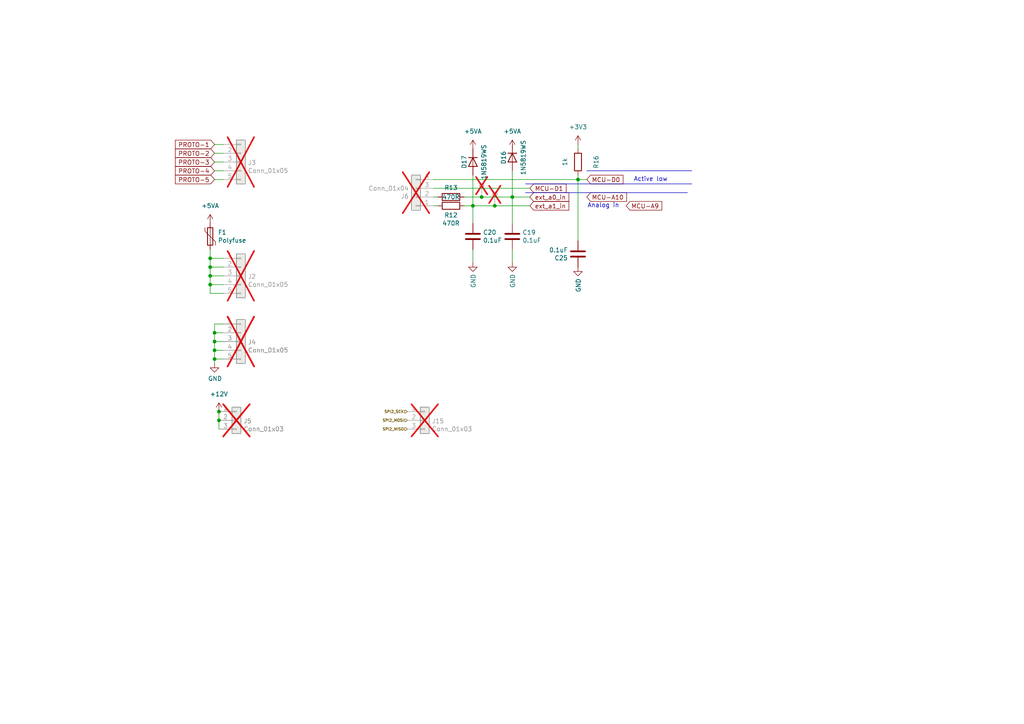
<source format=kicad_sch>
(kicad_sch (version 20231120) (generator "eeschema") (generator_version "8.0")
  (paper "A4")
  (title_block (title "μEFI (Speeduino FW compatible)") (date "2023-12-25") (rev "v6.1") (company "Churrosoft ®") (comment 1 "CERN-OHL-S-2.0 license"))
  (lib_symbols
    (symbol "Connector:TestPoint_Alt" (pin_numbers hide) (pin_names (offset 0.762) hide)
      (property "Reference" "TP" (at 0 6.858 0))
      (property "Value" "TestPoint_Alt" (at 0 5.08 0))
      (symbol "TestPoint_Alt_0_1"
        (polyline (pts (xy 0 2.54) (xy -0.762 3.302) (xy 0 4.064) (xy 0.762 3.302) (xy 0 2.54)))
      )
      (symbol "TestPoint_Alt_1_1"
        (pin passive line (at 0 0 90) (length 2.54) (name "1") (number "1"))
      )
    )
    (symbol "Connector_Generic:Conn_01x03" (pin_names (offset 1.016) hide)
      (property "Reference" "J" (at 0 5.08 0))
      (property "Value" "Conn_01x03" (at 0 -5.08 0))
      (symbol "Conn_01x03_1_1"
        (rectangle (start -1.27 -2.413) (end 0 -2.667) (stroke (width 0.1524)))
        (rectangle (start -1.27 0.127) (end 0 -0.127) (stroke (width 0.1524)))
        (rectangle (start -1.27 2.667) (end 0 2.413) (stroke (width 0.1524)))
        (rectangle (start -1.27 3.81) (end 1.27 -3.81) (stroke (width 0.254)) (fill (type background)))
        (pin passive line (at -5.08 2.54 0) (length 3.81) (name "Pin_1") (number "1"))
        (pin passive line (at -5.08 0 0) (length 3.81) (name "Pin_2") (number "2"))
        (pin passive line (at -5.08 -2.54 0) (length 3.81) (name "Pin_3") (number "3"))
      )
    )
    (symbol "Connector_Generic:Conn_01x04" (pin_names (offset 1.016) hide)
      (property "Reference" "J" (at 0 5.08 0))
      (property "Value" "Conn_01x04" (at 0 -7.62 0))
      (symbol "Conn_01x04_1_1"
        (rectangle (start -1.27 -4.953) (end 0 -5.207) (stroke (width 0.1524)))
        (rectangle (start -1.27 -2.413) (end 0 -2.667) (stroke (width 0.1524)))
        (rectangle (start -1.27 0.127) (end 0 -0.127) (stroke (width 0.1524)))
        (rectangle (start -1.27 2.667) (end 0 2.413) (stroke (width 0.1524)))
        (rectangle (start -1.27 3.81) (end 1.27 -6.35) (stroke (width 0.254)) (fill (type background)))
        (pin passive line (at -5.08 2.54 0) (length 3.81) (name "Pin_1") (number "1"))
        (pin passive line (at -5.08 0 0) (length 3.81) (name "Pin_2") (number "2"))
        (pin passive line (at -5.08 -2.54 0) (length 3.81) (name "Pin_3") (number "3"))
        (pin passive line (at -5.08 -5.08 0) (length 3.81) (name "Pin_4") (number "4"))
      )
    )
    (symbol "Connector_Generic:Conn_01x05" (pin_names (offset 1.016) hide)
      (property "Reference" "J" (at 0 7.62 0))
      (property "Value" "Conn_01x05" (at 0 -7.62 0))
      (symbol "Conn_01x05_1_1"
        (rectangle (start -1.27 -4.953) (end 0 -5.207) (stroke (width 0.1524)))
        (rectangle (start -1.27 -2.413) (end 0 -2.667) (stroke (width 0.1524)))
        (rectangle (start -1.27 0.127) (end 0 -0.127) (stroke (width 0.1524)))
        (rectangle (start -1.27 2.667) (end 0 2.413) (stroke (width 0.1524)))
        (rectangle (start -1.27 5.207) (end 0 4.953) (stroke (width 0.1524)))
        (rectangle (start -1.27 6.35) (end 1.27 -6.35) (stroke (width 0.254)) (fill (type background)))
        (pin passive line (at -5.08 5.08 0) (length 3.81) (name "Pin_1") (number "1"))
        (pin passive line (at -5.08 2.54 0) (length 3.81) (name "Pin_2") (number "2"))
        (pin passive line (at -5.08 0 0) (length 3.81) (name "Pin_3") (number "3"))
        (pin passive line (at -5.08 -2.54 0) (length 3.81) (name "Pin_4") (number "4"))
        (pin passive line (at -5.08 -5.08 0) (length 3.81) (name "Pin_5") (number "5"))
      )
    )
    (symbol "Device:C" (pin_numbers hide) (pin_names (offset 0.254))
      (property "Reference" "C" (at 0.635 2.54 0))
      (property "Value" "C" (at 0.635 -2.54 0))
      (symbol "C_0_1"
        (polyline (pts (xy -2.032 -0.762) (xy 2.032 -0.762)) (stroke (width 0.508)))
        (polyline (pts (xy -2.032 0.762) (xy 2.032 0.762)) (stroke (width 0.508)))
      )
      (symbol "C_1_1"
        (pin passive line (at 0 3.81 270) (length 2.794) (name "~") (number "1"))
        (pin passive line (at 0 -3.81 90) (length 2.794) (name "~") (number "2"))
      )
    )
    (symbol "Device:Polyfuse" (pin_numbers hide) (pin_names (offset 0))
      (property "Reference" "F" (at -2.54 0 90))
      (property "Value" "Polyfuse" (at 2.54 0 90))
      (symbol "Polyfuse_0_1"
        (rectangle (start -0.762 2.54) (end 0.762 -2.54) (stroke (width 0.254)))
        (polyline (pts (xy 0 2.54) (xy 0 -2.54)))
        (polyline (pts (xy -1.524 2.54) (xy -1.524 1.524) (xy 1.524 -1.524) (xy 1.524 -2.54)))
      )
      (symbol "Polyfuse_1_1"
        (pin passive line (at 0 3.81 270) (length 1.27) (name "~") (number "1"))
        (pin passive line (at 0 -3.81 90) (length 1.27) (name "~") (number "2"))
      )
    )
    (symbol "Device:R" (pin_numbers hide) (pin_names (offset 0))
      (property "Reference" "R" (at 2.032 0 90))
      (property "Value" "R" (at 0 0 90))
      (symbol "R_0_1"
        (rectangle (start -1.016 -2.54) (end 1.016 2.54) (stroke (width 0.254)))
      )
      (symbol "R_1_1"
        (pin passive line (at 0 3.81 270) (length 1.27) (name "~") (number "1"))
        (pin passive line (at 0 -3.81 90) (length 1.27) (name "~") (number "2"))
      )
    )
    (symbol "Diode:1N4148" (pin_numbers hide) (pin_names (offset 1.016) hide)
      (property "Reference" "D" (at 0 2.54 0))
      (property "Value" "1N4148" (at 0 -2.54 0))
      (symbol "1N4148_0_1"
        (polyline (pts (xy -1.27 1.27) (xy -1.27 -1.27)) (stroke (width 0.254)))
        (polyline (pts (xy 1.27 0) (xy -1.27 0)))
        (polyline (pts (xy 1.27 1.27) (xy 1.27 -1.27) (xy -1.27 0) (xy 1.27 1.27)) (stroke (width 0.254)))
      )
      (symbol "1N4148_1_1"
        (pin passive line (at -3.81 0 0) (length 2.54) (name "K") (number "1"))
        (pin passive line (at 3.81 0 180) (length 2.54) (name "A") (number "2"))
      )
    )
    (symbol "power:+12V" (power) (pin_names (offset 0))
      (property "Value" "+12V" (at 0 3.556 0))
      (symbol "+12V_0_1"
        (polyline (pts (xy -0.762 1.27) (xy 0 2.54)))
        (polyline (pts (xy 0 0) (xy 0 2.54)))
        (polyline (pts (xy 0 2.54) (xy 0.762 1.27)))
      )
      (symbol "+12V_1_1"
        (pin power_in line (at 0 0 90) (length 0) hide (name "+12V") (number "1"))
      )
    )
    (symbol "power:+3V3" (power) (pin_names (offset 0))
      (property "Value" "+3V3" (at 0 3.556 0))
      (symbol "+3V3_0_1"
        (polyline (pts (xy -0.762 1.27) (xy 0 2.54)))
        (polyline (pts (xy 0 0) (xy 0 2.54)))
        (polyline (pts (xy 0 2.54) (xy 0.762 1.27)))
      )
      (symbol "+3V3_1_1"
        (pin power_in line (at 0 0 90) (length 0) hide (name "+3V3") (number "1"))
      )
    )
    (symbol "power:+5VA" (power) (pin_names (offset 0))
      (property "Value" "+5VA" (at 0 3.556 0))
      (symbol "+5VA_0_1"
        (polyline (pts (xy -0.762 1.27) (xy 0 2.54)))
        (polyline (pts (xy 0 0) (xy 0 2.54)))
        (polyline (pts (xy 0 2.54) (xy 0.762 1.27)))
      )
      (symbol "+5VA_1_1"
        (pin power_in line (at 0 0 90) (length 0) hide (name "+5VA") (number "1"))
      )
    )
    (symbol "power:GND" (power) (pin_names (offset 0))
      (property "Value" "GND" (at 0 -3.81 0))
      (symbol "GND_0_1"
        (polyline (pts (xy 0 0) (xy 0 -1.27) (xy 1.27 -1.27) (xy 0 -2.54) (xy -1.27 -1.27) (xy 0 -1.27)))
      )
      (symbol "GND_1_1"
        (pin power_in line (at 0 0 270) (length 0) hide (name "GND") (number "1"))
      )
    )
  )
  (junction (at 60.96 77.47))
  (junction (at 62.23 99.06))
  (junction (at 60.96 80.01))
  (junction (at 137.16 59.69))
  (junction (at 62.23 96.52))
  (junction (at 60.96 82.55))
  (junction (at 62.23 101.6))
  (junction (at 148.59 57.15))
  (junction (at 139.7 57.15))
  (junction (at 167.64 52.07))
  (junction (at 143.51 59.69))
  (junction (at 63.5 119.38))
  (junction (at 62.23 104.14))
  (junction (at 63.5 121.92))
  (junction (at 60.96 74.93))
  (polyline (pts (xy 170.18 49.53) (xy 200.66 49.53)))
  (wire (pts (xy 62.23 99.06) (xy 64.77 99.06)))
  (wire (pts (xy 125.73 52.07) (xy 167.64 52.07)))
  (wire (pts (xy 127 59.69) (xy 125.73 59.69)))
  (wire (pts (xy 137.16 72.39) (xy 137.16 76.2)))
  (wire (pts (xy 64.77 82.55) (xy 60.96 82.55)))
  (polyline (pts (xy 152.4 55.88) (xy 199.39 55.88)))
  (wire (pts (xy 64.77 77.47) (xy 60.96 77.47)))
  (wire (pts (xy 148.59 49.53) (xy 148.59 57.15)))
  (wire (pts (xy 62.23 101.6) (xy 64.77 101.6)))
  (wire (pts (xy 62.23 96.52) (xy 64.77 96.52)))
  (wire (pts (xy 167.64 50.8) (xy 167.64 52.07)))
  (wire (pts (xy 64.77 49.53) (xy 62.23 49.53)))
  (polyline (pts (xy 152.4 53.34) (xy 200.66 53.34)))
  (wire (pts (xy 167.64 52.07) (xy 167.64 69.85)))
  (wire (pts (xy 63.5 121.92) (xy 63.5 124.46)))
  (wire (pts (xy 139.7 57.15) (xy 148.59 57.15)))
  (wire (pts (xy 60.96 80.01) (xy 64.77 80.01)))
  (wire (pts (xy 148.59 41.91) (xy 148.59 43.18)))
  (wire (pts (xy 60.96 82.55) (xy 60.96 80.01)))
  (wire (pts (xy 62.23 101.6) (xy 62.23 104.14)))
  (wire (pts (xy 62.23 99.06) (xy 62.23 101.6)))
  (wire (pts (xy 167.64 52.07) (xy 170.18 52.07)))
  (wire (pts (xy 148.59 64.77) (xy 148.59 57.15)))
  (wire (pts (xy 60.96 82.55) (xy 60.96 85.09)))
  (wire (pts (xy 62.23 104.14) (xy 64.77 104.14)))
  (wire (pts (xy 60.96 74.93) (xy 60.96 77.47)))
  (wire (pts (xy 153.67 54.61) (xy 125.73 54.61)))
  (wire (pts (xy 62.23 105.41) (xy 62.23 104.14)))
  (wire (pts (xy 62.23 46.99) (xy 64.77 46.99)))
  (wire (pts (xy 62.23 41.91) (xy 64.77 41.91)))
  (wire (pts (xy 134.62 57.15) (xy 139.7 57.15)))
  (wire (pts (xy 64.77 44.45) (xy 62.23 44.45)))
  (wire (pts (xy 62.23 96.52) (xy 62.23 99.06)))
  (wire (pts (xy 64.77 85.09) (xy 60.96 85.09)))
  (wire (pts (xy 137.16 59.69) (xy 143.51 59.69)))
  (wire (pts (xy 60.96 72.39) (xy 60.96 74.93)))
  (wire (pts (xy 62.23 93.98) (xy 64.77 93.98)))
  (wire (pts (xy 62.23 52.07) (xy 64.77 52.07)))
  (wire (pts (xy 143.51 59.69) (xy 153.67 59.69)))
  (wire (pts (xy 62.23 93.98) (xy 62.23 96.52)))
  (wire (pts (xy 64.77 74.93) (xy 60.96 74.93)))
  (wire (pts (xy 148.59 57.15) (xy 153.67 57.15)))
  (wire (pts (xy 60.96 77.47) (xy 60.96 80.01)))
  (wire (pts (xy 148.59 72.39) (xy 148.59 76.2)))
  (wire (pts (xy 127 57.15) (xy 125.73 57.15)))
  (wire (pts (xy 137.16 50.8) (xy 137.16 59.69)))
  (wire (pts (xy 137.16 59.69) (xy 134.62 59.69)))
  (wire (pts (xy 63.5 119.38) (xy 63.5 121.92)))
  (wire (pts (xy 167.64 41.91) (xy 167.64 43.18)))
  (wire (pts (xy 137.16 64.77) (xy 137.16 59.69)))
  (text "Active low" (at 188.722 52.07 0) (effects (font (size 1.27 1.27))))
  (text "Analog in" (at 175.006 59.69 0) (effects (font (size 1.27 1.27))))
  (global_label "PROTO-2" (shape input) (at 62.23 44.45 180) (property "Intersheetrefs" "${INTERSHEET_REFS}" (effects (hide yes))))
  (global_label "ext_a1_in" (shape input) (at 153.67 59.69 0) (property "Intersheetrefs" "${INTERSHEET_REFS}" (effects (hide yes))))
  (global_label "PROTO-1" (shape input) (at 62.23 41.91 180) (property "Intersheetrefs" "${INTERSHEET_REFS}" (effects (hide yes))))
  (global_label "ext_a0_in" (shape input) (at 153.67 57.15 0) (property "Intersheetrefs" "${INTERSHEET_REFS}" (effects (hide yes))))
  (global_label "PROTO-4" (shape input) (at 62.23 49.53 180) (property "Intersheetrefs" "${INTERSHEET_REFS}" (effects (hide yes))))
  (global_label "PROTO-3" (shape input) (at 62.23 46.99 180) (property "Intersheetrefs" "${INTERSHEET_REFS}" (effects (hide yes))))
  (global_label "PROTO-5" (shape input) (at 62.23 52.07 180) (property "Intersheetrefs" "${INTERSHEET_REFS}" (effects (hide yes))))
  (global_label "MCU-D0" (shape input) (at 170.18 52.07 0) (property "Intersheetrefs" "${INTERSHEET_REFS}" (effects (hide yes))))
  (global_label "MCU-D1" (shape input) (at 153.67 54.61 0) (property "Intersheetrefs" "${INTERSHEET_REFS}" (effects (hide yes))))
  (global_label "MCU-A10" (shape input) (at 170.18 57.15 0) (property "Intersheetrefs" "${INTERSHEET_REFS}" (effects (hide yes))))
  (global_label "MCU-A9" (shape input) (at 181.61 59.69 0) (property "Intersheetrefs" "${INTERSHEET_REFS}" (effects (hide yes))))
  (hierarchical_label "SPI2_SCK" (shape input) (at 118.11 119.38 180) (effects (font (size 0.7874 0.7874))))
  (hierarchical_label "SPI2_MOSI" (shape input) (at 118.11 121.92 180) (effects (font (size 0.7874 0.7874))))
  (hierarchical_label "SPI2_MISO" (shape input) (at 118.11 124.46 180) (effects (font (size 0.7874 0.7874))))
  (symbol (lib_id "power:+3V3") (at 167.64 41.91 0) (unit 1)
    (property "Reference" "#PWR056" (effects (hide yes)))
    (property "Value" "+3V3" (at 167.64 36.83 0))
    (property "Description" "Power symbol creates a global label with name \"+3V3\"" (effects (hide yes)))
  )
  (symbol (lib_id "Connector_Generic:Conn_01x04") (at 120.65 57.15 180) (unit 1) (in_bom no) (dnp yes)
    (property "Reference" "J6" (at 118.618 56.9468 0) (effects (justify left)))
    (property "Value" "Conn_01x04" (at 118.618 54.6354 0) (effects (justify left)))
    (property "Footprint" "Connector_PinHeader_2.54mm:PinHeader_1x04_P2.54mm_Vertical" (effects (hide yes)))
  )
  (symbol (lib_id "Connector:TestPoint_Alt") (at 143.51 59.69 0) (unit 1) (in_bom no) (dnp yes)
    (property "Reference" "TP18" (effects (hide yes)))
    (property "Value" "TestPoint_Alt" (effects (hide yes)))
    (property "Footprint" "TestPoint:TestPoint_THTPad_1.0x1.0mm_Drill0.5mm" (effects (hide yes)))
  )
  (symbol (lib_id "power:+5VA") (at 137.16 43.18 0) (unit 1)
    (property "Reference" "#PWR058" (effects (hide yes)))
    (property "Value" "+5VA" (at 137.16 38.1 0))
    (property "Description" "Power symbol creates a global label with name \"+5VA\"" (effects (hide yes)))
  )
  (symbol (lib_id "Connector_Generic:Conn_01x05") (at 69.85 80.01 0) (unit 1) (in_bom no) (dnp yes)
    (property "Reference" "J2" (at 71.882 80.2132 0) (effects (justify left)))
    (property "Value" "Conn_01x05" (at 71.882 82.5246 0) (effects (justify left)))
    (property "Footprint" "Connector_PinHeader_2.54mm:PinHeader_1x05_P2.54mm_Vertical" (effects (hide yes)))
  )
  (symbol (lib_id "Connector_Generic:Conn_01x03") (at 123.19 121.92 0) (unit 1) (in_bom no) (dnp yes)
    (property "Reference" "J15" (at 125.222 122.1232 0) (effects (justify left)))
    (property "Value" "Conn_01x03" (at 125.222 124.4346 0) (effects (justify left)))
    (property "Footprint" "Connector_PinHeader_2.54mm:PinHeader_1x03_P2.54mm_Vertical" (effects (hide yes)))
    (property "Sim.Device" "SPICE" (effects (hide yes)))
    (property "Sim.Params" "type=\"J\" model=\"Conn_01x03\" lib=\"\"" (effects (hide yes)))
    (property "Sim.Pins" "1=1 2=2 3=3" (effects (hide yes)))
  )
  (symbol (lib_id "Connector:TestPoint_Alt") (at 139.7 57.15 0) (unit 1) (in_bom no) (dnp yes)
    (property "Reference" "TP17" (effects (hide yes)))
    (property "Value" "TestPoint_Alt" (effects (hide yes)))
    (property "Footprint" "TestPoint:TestPoint_THTPad_1.0x1.0mm_Drill0.5mm" (effects (hide yes)))
  )
  (symbol (lib_id "Connector_Generic:Conn_01x05") (at 69.85 99.06 0) (unit 1) (in_bom no) (dnp yes)
    (property "Reference" "J4" (at 71.882 99.2632 0) (effects (justify left)))
    (property "Value" "Conn_01x05" (at 71.882 101.5746 0) (effects (justify left)))
    (property "Footprint" "Connector_PinHeader_2.54mm:PinHeader_1x05_P2.54mm_Vertical" (effects (hide yes)))
  )
  (symbol (lib_id "power:GND") (at 148.59 76.2 0) (unit 1)
    (property "Reference" "#PWR052" (effects (hide yes)))
    (property "Value" "GND" (at 148.717 79.4512 90) (effects (justify right)))
  )
  (symbol (lib_id "Device:C") (at 148.59 68.58 0) (unit 1)
    (property "Reference" "C19" (at 151.511 67.4116 0) (effects (justify left)))
    (property "Value" "0.1uF" (at 151.511 69.723 0) (effects (justify left)))
    (property "Footprint" "Capacitor_SMD:C_0805_2012Metric" (effects (hide yes)))
    (property "Digikey Part Number" "311-1140-1-ND" (effects (hide yes)))
    (property "Manufacturer_Name" "Yageo" (effects (hide yes)))
    (property "Manufacturer_Part_Number" "CC0805KRX7R9BB104" (effects (hide yes)))
    (property "URL" "https://www.digikey.com.au/product-detail/en/yageo/CC0805KRX7R9BB104/311-1140-1-ND/303050" (effects (hide yes)))
    (property "LCSC" "C1525" (effects (hide yes)))
    (property "STOCK" "CAP-000175-00" (effects (hide yes)))
  )
  (symbol (lib_id "power:+5VA") (at 60.96 64.77 0) (unit 1)
    (property "Reference" "#PWR0153" (effects (hide yes)))
    (property "Value" "+5VA" (at 60.96 59.69 0))
    (property "Description" "Power symbol creates a global label with name \"+5VA\"" (effects (hide yes)))
  )
  (symbol (lib_id "Connector_Generic:Conn_01x05") (at 69.85 46.99 0) (unit 1) (in_bom no) (dnp yes)
    (property "Reference" "J3" (at 71.882 47.1932 0) (effects (justify left)))
    (property "Value" "Conn_01x05" (at 71.882 49.5046 0) (effects (justify left)))
    (property "Footprint" "Connector_PinHeader_2.54mm:PinHeader_1x05_P2.54mm_Vertical" (effects (hide yes)))
  )
  (symbol (lib_id "Connector_Generic:Conn_01x03") (at 68.58 121.92 0) (unit 1) (in_bom no) (dnp yes)
    (property "Reference" "J5" (at 70.612 122.1232 0) (effects (justify left)))
    (property "Value" "Conn_01x03" (at 70.612 124.4346 0) (effects (justify left)))
    (property "Footprint" "Connector_PinHeader_2.54mm:PinHeader_1x03_P2.54mm_Vertical" (effects (hide yes)))
    (property "Sim.Device" "SPICE" (effects (hide yes)))
    (property "Sim.Params" "type=\"J\" model=\"Conn_01x03\" lib=\"\"" (effects (hide yes)))
    (property "Sim.Pins" "1=1 2=2 3=3" (effects (hide yes)))
  )
  (symbol (lib_id "Diode:1N4148") (at 137.16 46.99 270) (unit 1)
    (property "Reference" "D17" (at 134.62 46.99 0))
    (property "Value" "1N5819WS" (at 140.3604 46.99 0))
    (property "Footprint" "Diode_SMD:D_SOD-323_HandSoldering" (effects (hide yes)))
    (property "Datasheet" "https://assets.nexperia.com/documents/data-sheet/1N4148_1N4448.pdf" (effects (hide yes)))
    (property "LCSC" "C22452" (effects (hide yes)))
    (property "STOCK" "DIO-000272-00" (effects (hide yes)))
  )
  (symbol (lib_id "Device:C") (at 137.16 68.58 0) (unit 1)
    (property "Reference" "C20" (at 140.081 67.4116 0) (effects (justify left)))
    (property "Value" "0.1uF" (at 140.081 69.723 0) (effects (justify left)))
    (property "Footprint" "Capacitor_SMD:C_0805_2012Metric" (effects (hide yes)))
    (property "Digikey Part Number" "311-1140-1-ND" (effects (hide yes)))
    (property "Manufacturer_Name" "Yageo" (effects (hide yes)))
    (property "Manufacturer_Part_Number" "CC0805KRX7R9BB104" (effects (hide yes)))
    (property "URL" "https://www.digikey.com.au/product-detail/en/yageo/CC0805KRX7R9BB104/311-1140-1-ND/303050" (effects (hide yes)))
    (property "LCSC" "C49678" (effects (hide yes)))
    (property "STOCK" "CAP-000175-00" (effects (hide yes)))
  )
  (symbol (lib_id "power:+12V") (at 63.5 119.38 0) (unit 1)
    (property "Reference" "#PWR0140" (effects (hide yes)))
    (property "Value" "+12V" (at 63.5 114.3 0))
    (property "Description" "Power symbol creates a global label with name \"+12V\"" (effects (hide yes)))
  )
  (symbol (lib_id "power:GND") (at 62.23 105.41 0) (unit 1)
    (property "Reference" "#PWR051" (effects (hide yes)))
    (property "Value" "GND" (at 62.357 109.8042 0))
  )
  (symbol (lib_id "Device:R") (at 167.64 46.99 180) (unit 1)
    (property "Reference" "R16" (at 172.8978 46.99 90))
    (property "Value" "1k" (at 163.83 46.99 90))
    (property "Footprint" "Resistor_SMD:R_0603_1608Metric" (effects (hide yes)))
    (property "Manufacturer_Name" "Yageo" (effects (hide yes)))
    (property "Manufacturer_Part_Number" "RC0805FR-071KL" (effects (hide yes)))
    (property "Digikey Part Number" "311-1.00KCRCT-ND" (effects (hide yes)))
    (property "LCSC" "C13167" (effects (hide yes)))
    (property "STOCK" "RES-000107-00" (effects (hide yes)))
  )
  (symbol (lib_id "power:+5VA") (at 148.59 43.18 0) (unit 1)
    (property "Reference" "#PWR062" (effects (hide yes)))
    (property "Value" "+5VA" (at 148.59 38.1 0))
    (property "Description" "Power symbol creates a global label with name \"+5VA\"" (effects (hide yes)))
  )
  (symbol (lib_id "Device:Polyfuse") (at 60.96 68.58 0) (unit 1)
    (property "Reference" "F1" (at 63.1952 67.4116 0) (effects (justify left)))
    (property "Value" "Polyfuse" (at 63.1952 69.723 0) (effects (justify left)))
    (property "Footprint" "Fuse:Fuse_1812_4532Metric" (effects (hide yes)))
    (property "Digikey Part Number" "507-1361-1-ND" (effects (hide yes)))
    (property "Manufacturer_Name" "Bel Fuse" (effects (hide yes)))
    (property "Manufacturer_Part_Number" "0ZCC0050FF2C" (effects (hide yes)))
    (property "URL" "https://www.digikey.com.au/product-detail/en/bel-fuse-inc/0ZCC0050FF2C/507-1361-1-ND/1560228" (effects (hide yes)))
    (property "LCSC" "-" (effects (hide yes)))
    (property "STOCK" "-" (effects (hide yes)))
  )
  (symbol (lib_id "Device:R") (at 130.81 59.69 270) (unit 1)
    (property "Reference" "R13" (at 130.81 54.4322 90))
    (property "Value" "470R" (at 130.81 64.77 90))
    (property "Footprint" "Resistor_SMD:R_0805_2012Metric" (effects (hide yes)))
    (property "Manufacturer_Name" "Panasonic" (effects (hide yes)))
    (property "Manufacturer_Part_Number" "ERJ-6ENF4700V" (effects (hide yes)))
    (property "URL" "https://www.digikey.com/product-detail/en/panasonic-electronic-components/ERJ-6ENF4700V/P470CCT-ND/1746871" (effects (hide yes)))
    (property "Digikey Part Number" "P470CCT-ND" (effects (hide yes)))
    (property "LCSC" "C23162" (effects (hide yes)))
    (property "STOCK" "RES-000077-00" (effects (hide yes)))
  )
  (symbol (lib_id "power:GND") (at 167.64 77.47 0) (unit 1)
    (property "Reference" "#PWR057" (effects (hide yes)))
    (property "Value" "GND" (at 167.767 80.7212 90) (effects (justify right)))
  )
  (symbol (lib_id "Device:C") (at 167.64 73.66 180) (unit 1)
    (property "Reference" "C25" (at 164.719 74.8284 0) (effects (justify left)))
    (property "Value" "0.1uF" (at 164.719 72.517 0) (effects (justify left)))
    (property "Footprint" "Capacitor_SMD:C_0805_2012Metric" (effects (hide yes)))
    (property "Digikey Part Number" "311-1140-1-ND" (effects (hide yes)))
    (property "Manufacturer_Name" "Yageo" (effects (hide yes)))
    (property "Manufacturer_Part_Number" "CC0805KRX7R9BB104" (effects (hide yes)))
    (property "URL" "https://www.digikey.com.au/product-detail/en/yageo/CC0805KRX7R9BB104/311-1140-1-ND/303050" (effects (hide yes)))
    (property "LCSC" "C1525" (effects (hide yes)))
    (property "STOCK" "CAP-000175-00" (effects (hide yes)))
  )
  (symbol (lib_id "Device:R") (at 130.81 57.15 90) (unit 1)
    (property "Reference" "R12" (at 130.81 62.4078 90))
    (property "Value" "470R" (at 130.81 57.15 90))
    (property "Footprint" "Resistor_SMD:R_0805_2012Metric" (effects (hide yes)))
    (property "Manufacturer_Name" "Panasonic" (effects (hide yes)))
    (property "Manufacturer_Part_Number" "ERJ-6ENF4700V" (effects (hide yes)))
    (property "URL" "https://www.digikey.com/product-detail/en/panasonic-electronic-components/ERJ-6ENF4700V/P470CCT-ND/1746871" (effects (hide yes)))
    (property "Digikey Part Number" "P470CCT-ND" (effects (hide yes)))
    (property "LCSC" "C23162" (effects (hide yes)))
    (property "STOCK" "RES-000077-00" (effects (hide yes)))
  )
  (symbol (lib_id "Diode:1N4148") (at 148.59 45.72 270) (unit 1)
    (property "Reference" "D16" (at 146.05 45.72 0))
    (property "Value" "1N5819WS" (at 151.7904 45.72 0))
    (property "Footprint" "Diode_SMD:D_SOD-323_HandSoldering" (effects (hide yes)))
    (property "Datasheet" "https://assets.nexperia.com/documents/data-sheet/1N4148_1N4448.pdf" (effects (hide yes)))
    (property "LCSC" "C85364" (effects (hide yes)))
    (property "STOCK" "DIO-000272-00" (effects (hide yes)))
  )
  (symbol (lib_id "power:GND") (at 137.16 76.2 0) (unit 1)
    (property "Reference" "#PWR055" (effects (hide yes)))
    (property "Value" "GND" (at 137.287 79.4512 90) (effects (justify right)))
  )
)
</source>
